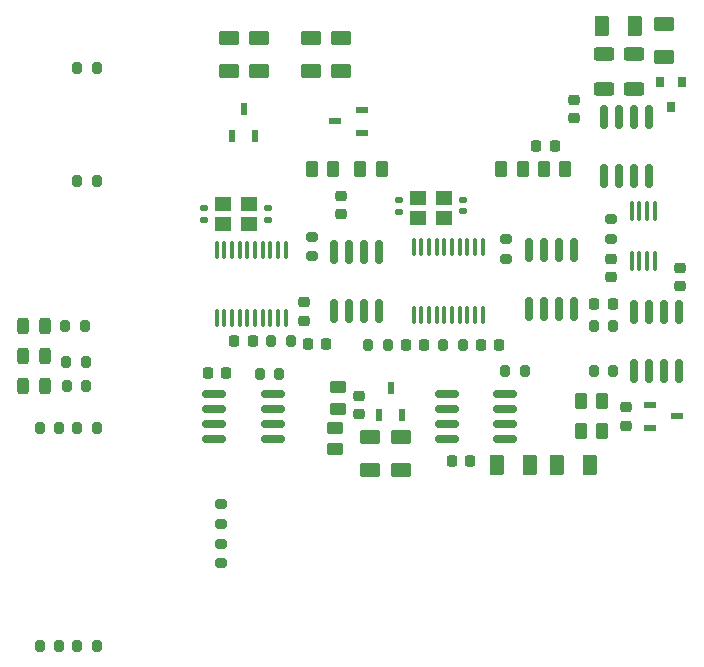
<source format=gbr>
%TF.GenerationSoftware,KiCad,Pcbnew,(7.0.0)*%
%TF.CreationDate,2023-02-19T15:54:43+01:00*%
%TF.ProjectId,bbb-can-bus-cape,6262622d-6361-46e2-9d62-75732d636170,rev?*%
%TF.SameCoordinates,Original*%
%TF.FileFunction,Paste,Top*%
%TF.FilePolarity,Positive*%
%FSLAX46Y46*%
G04 Gerber Fmt 4.6, Leading zero omitted, Abs format (unit mm)*
G04 Created by KiCad (PCBNEW (7.0.0)) date 2023-02-19 15:54:43*
%MOMM*%
%LPD*%
G01*
G04 APERTURE LIST*
G04 Aperture macros list*
%AMRoundRect*
0 Rectangle with rounded corners*
0 $1 Rounding radius*
0 $2 $3 $4 $5 $6 $7 $8 $9 X,Y pos of 4 corners*
0 Add a 4 corners polygon primitive as box body*
4,1,4,$2,$3,$4,$5,$6,$7,$8,$9,$2,$3,0*
0 Add four circle primitives for the rounded corners*
1,1,$1+$1,$2,$3*
1,1,$1+$1,$4,$5*
1,1,$1+$1,$6,$7*
1,1,$1+$1,$8,$9*
0 Add four rect primitives between the rounded corners*
20,1,$1+$1,$2,$3,$4,$5,0*
20,1,$1+$1,$4,$5,$6,$7,0*
20,1,$1+$1,$6,$7,$8,$9,0*
20,1,$1+$1,$8,$9,$2,$3,0*%
G04 Aperture macros list end*
%ADD10RoundRect,0.140000X-0.170000X0.140000X-0.170000X-0.140000X0.170000X-0.140000X0.170000X0.140000X0*%
%ADD11R,1.000000X0.600000*%
%ADD12RoundRect,0.250000X0.625000X-0.312500X0.625000X0.312500X-0.625000X0.312500X-0.625000X-0.312500X0*%
%ADD13RoundRect,0.225000X0.225000X0.250000X-0.225000X0.250000X-0.225000X-0.250000X0.225000X-0.250000X0*%
%ADD14RoundRect,0.100000X-0.100000X0.637500X-0.100000X-0.637500X0.100000X-0.637500X0.100000X0.637500X0*%
%ADD15RoundRect,0.250000X-0.450000X0.262500X-0.450000X-0.262500X0.450000X-0.262500X0.450000X0.262500X0*%
%ADD16RoundRect,0.225000X-0.250000X0.225000X-0.250000X-0.225000X0.250000X-0.225000X0.250000X0.225000X0*%
%ADD17RoundRect,0.200000X0.200000X0.275000X-0.200000X0.275000X-0.200000X-0.275000X0.200000X-0.275000X0*%
%ADD18RoundRect,0.250000X-0.375000X-0.625000X0.375000X-0.625000X0.375000X0.625000X-0.375000X0.625000X0*%
%ADD19RoundRect,0.200000X-0.200000X-0.275000X0.200000X-0.275000X0.200000X0.275000X-0.200000X0.275000X0*%
%ADD20RoundRect,0.200000X-0.275000X0.200000X-0.275000X-0.200000X0.275000X-0.200000X0.275000X0.200000X0*%
%ADD21RoundRect,0.100000X0.100000X-0.712500X0.100000X0.712500X-0.100000X0.712500X-0.100000X-0.712500X0*%
%ADD22RoundRect,0.250000X0.625000X-0.375000X0.625000X0.375000X-0.625000X0.375000X-0.625000X-0.375000X0*%
%ADD23RoundRect,0.200000X0.275000X-0.200000X0.275000X0.200000X-0.275000X0.200000X-0.275000X-0.200000X0*%
%ADD24RoundRect,0.150000X-0.825000X-0.150000X0.825000X-0.150000X0.825000X0.150000X-0.825000X0.150000X0*%
%ADD25RoundRect,0.225000X0.250000X-0.225000X0.250000X0.225000X-0.250000X0.225000X-0.250000X-0.225000X0*%
%ADD26RoundRect,0.250000X-0.262500X-0.450000X0.262500X-0.450000X0.262500X0.450000X-0.262500X0.450000X0*%
%ADD27RoundRect,0.243750X-0.243750X-0.456250X0.243750X-0.456250X0.243750X0.456250X-0.243750X0.456250X0*%
%ADD28R,0.600000X1.000000*%
%ADD29RoundRect,0.225000X-0.225000X-0.250000X0.225000X-0.250000X0.225000X0.250000X-0.225000X0.250000X0*%
%ADD30RoundRect,0.250000X-0.625000X0.375000X-0.625000X-0.375000X0.625000X-0.375000X0.625000X0.375000X0*%
%ADD31RoundRect,0.150000X0.150000X-0.825000X0.150000X0.825000X-0.150000X0.825000X-0.150000X-0.825000X0*%
%ADD32RoundRect,0.140000X0.170000X-0.140000X0.170000X0.140000X-0.170000X0.140000X-0.170000X-0.140000X0*%
%ADD33R,1.400000X1.200000*%
%ADD34RoundRect,0.250000X0.262500X0.450000X-0.262500X0.450000X-0.262500X-0.450000X0.262500X-0.450000X0*%
%ADD35R,0.800000X0.900000*%
G04 APERTURE END LIST*
D10*
%TO.C,C15*%
X143205946Y-74584367D03*
X143205946Y-75544367D03*
%TD*%
D11*
%TO.C,D1*%
X159025099Y-91947399D03*
X159025099Y-93847399D03*
X161325099Y-92897399D03*
%TD*%
D12*
%TO.C,R21*%
X155095100Y-65149900D03*
X155095100Y-62224900D03*
%TD*%
D13*
%TO.C,C1*%
X143805100Y-96707400D03*
X142255100Y-96707400D03*
%TD*%
D11*
%TO.C,D4*%
X134655099Y-68873542D03*
X134655099Y-66973542D03*
X132355099Y-67923542D03*
%TD*%
D14*
%TO.C,U1*%
X128175100Y-78844899D03*
X127525100Y-78844899D03*
X126875100Y-78844899D03*
X126225100Y-78844899D03*
X125575100Y-78844899D03*
X124925100Y-78844899D03*
X124275100Y-78844899D03*
X123625100Y-78844899D03*
X122975100Y-78844899D03*
X122325100Y-78844899D03*
X122325100Y-84569899D03*
X122975100Y-84569899D03*
X123625100Y-84569899D03*
X124275100Y-84569899D03*
X124925100Y-84569899D03*
X125575100Y-84569899D03*
X126225100Y-84569899D03*
X126875100Y-84569899D03*
X127525100Y-84569899D03*
X128175100Y-84569899D03*
%TD*%
D15*
%TO.C,R3*%
X132616682Y-90413817D03*
X132616682Y-92238817D03*
%TD*%
D10*
%TO.C,C6*%
X126700132Y-75282169D03*
X126700132Y-76242169D03*
%TD*%
D16*
%TO.C,C11*%
X155730100Y-79562400D03*
X155730100Y-81112400D03*
%TD*%
D17*
%TO.C,R13*%
X111269692Y-88265214D03*
X109619692Y-88265214D03*
%TD*%
D13*
%TO.C,C8*%
X125369165Y-86547400D03*
X123819165Y-86547400D03*
%TD*%
D12*
%TO.C,R20*%
X157635100Y-65149900D03*
X157635100Y-62224900D03*
%TD*%
D16*
%TO.C,C2*%
X157000100Y-92122400D03*
X157000100Y-93672400D03*
%TD*%
D18*
%TO.C,F1*%
X146075100Y-96975356D03*
X148875100Y-96975356D03*
%TD*%
D19*
%TO.C,R19*%
X154270100Y-89087400D03*
X155920100Y-89087400D03*
%TD*%
%TO.C,R17*%
X154270100Y-85277400D03*
X155920100Y-85277400D03*
%TD*%
D20*
%TO.C,R18*%
X155704880Y-76209955D03*
X155704880Y-77859955D03*
%TD*%
D13*
%TO.C,C3*%
X123164110Y-89249290D03*
X121614110Y-89249290D03*
%TD*%
D21*
%TO.C,U6*%
X157464047Y-79769900D03*
X158114047Y-79769900D03*
X158764047Y-79769900D03*
X159414047Y-79769900D03*
X159414047Y-75544900D03*
X158764047Y-75544900D03*
X158114047Y-75544900D03*
X157464047Y-75544900D03*
%TD*%
D19*
%TO.C,R5*%
X126944165Y-86547400D03*
X128594165Y-86547400D03*
%TD*%
D22*
%TO.C,F10*%
X132870100Y-63687400D03*
X132870100Y-60887400D03*
%TD*%
D19*
%TO.C,R6*%
X141505902Y-86841872D03*
X143155902Y-86841872D03*
%TD*%
D14*
%TO.C,U2*%
X144852925Y-78558047D03*
X144202925Y-78558047D03*
X143552925Y-78558047D03*
X142902925Y-78558047D03*
X142252925Y-78558047D03*
X141602925Y-78558047D03*
X140952925Y-78558047D03*
X140302925Y-78558047D03*
X139652925Y-78558047D03*
X139002925Y-78558047D03*
X139002925Y-84283047D03*
X139652925Y-84283047D03*
X140302925Y-84283047D03*
X140952925Y-84283047D03*
X141602925Y-84283047D03*
X142252925Y-84283047D03*
X142902925Y-84283047D03*
X143552925Y-84283047D03*
X144202925Y-84283047D03*
X144852925Y-84283047D03*
%TD*%
D23*
%TO.C,R11*%
X122710100Y-101977400D03*
X122710100Y-100327400D03*
%TD*%
D24*
%TO.C,U4*%
X122140100Y-90992400D03*
X122140100Y-92262400D03*
X122140100Y-93532400D03*
X122140100Y-94802400D03*
X127090100Y-94802400D03*
X127090100Y-93532400D03*
X127090100Y-92262400D03*
X127090100Y-90992400D03*
%TD*%
D25*
%TO.C,C13*%
X152555100Y-67637400D03*
X152555100Y-66087400D03*
%TD*%
D22*
%TO.C,F6*%
X125885100Y-63687400D03*
X125885100Y-60887400D03*
%TD*%
D26*
%TO.C,R1*%
X153140100Y-91627400D03*
X154965100Y-91627400D03*
%TD*%
%TO.C,R9*%
X130378842Y-71942400D03*
X132203842Y-71942400D03*
%TD*%
D19*
%TO.C,R16*%
X110532110Y-72931603D03*
X112182110Y-72931603D03*
%TD*%
D27*
%TO.C,D6*%
X105897600Y-87817400D03*
X107772600Y-87817400D03*
%TD*%
D28*
%TO.C,D2*%
X136115122Y-92777399D03*
X138015122Y-92777399D03*
X137065122Y-90477399D03*
%TD*%
D29*
%TO.C,C14*%
X144730902Y-86841872D03*
X146280902Y-86841872D03*
%TD*%
D26*
%TO.C,R23*%
X150015100Y-71942400D03*
X151840100Y-71942400D03*
%TD*%
D30*
%TO.C,F3*%
X135358698Y-94672400D03*
X135358698Y-97472400D03*
%TD*%
D31*
%TO.C,U7*%
X132235100Y-83942400D03*
X133505100Y-83942400D03*
X134775100Y-83942400D03*
X136045100Y-83942400D03*
X136045100Y-78992400D03*
X134775100Y-78992400D03*
X133505100Y-78992400D03*
X132235100Y-78992400D03*
%TD*%
D28*
%TO.C,D3*%
X123665099Y-69162399D03*
X125565099Y-69162399D03*
X124615099Y-66862399D03*
%TD*%
D29*
%TO.C,C17*%
X154320100Y-83372400D03*
X155870100Y-83372400D03*
%TD*%
D32*
%TO.C,C7*%
X121300074Y-76234726D03*
X121300074Y-75274726D03*
%TD*%
D24*
%TO.C,U3*%
X141825100Y-90992400D03*
X141825100Y-92262400D03*
X141825100Y-93532400D03*
X141825100Y-94802400D03*
X146775100Y-94802400D03*
X146775100Y-93532400D03*
X146775100Y-92262400D03*
X146775100Y-90992400D03*
%TD*%
D29*
%TO.C,C18*%
X149396594Y-70037400D03*
X150946594Y-70037400D03*
%TD*%
D16*
%TO.C,C10*%
X132870100Y-74202400D03*
X132870100Y-75752400D03*
%TD*%
D19*
%TO.C,R24*%
X146777100Y-89087400D03*
X148427100Y-89087400D03*
%TD*%
D17*
%TO.C,R14*%
X111167600Y-85277400D03*
X109517600Y-85277400D03*
%TD*%
D22*
%TO.C,F7*%
X160237544Y-62462302D03*
X160237544Y-59662302D03*
%TD*%
D27*
%TO.C,D8*%
X105897600Y-90357400D03*
X107772600Y-90357400D03*
%TD*%
D25*
%TO.C,C12*%
X161532821Y-81863122D03*
X161532821Y-80313122D03*
%TD*%
D19*
%TO.C,R28*%
X107355100Y-93877400D03*
X109005100Y-93877400D03*
%TD*%
%TO.C,R29*%
X107355100Y-112292400D03*
X109005100Y-112292400D03*
%TD*%
D23*
%TO.C,R7*%
X146840100Y-79562400D03*
X146840100Y-77912400D03*
%TD*%
D18*
%TO.C,F8*%
X154965100Y-59877400D03*
X157765100Y-59877400D03*
%TD*%
%TO.C,F2*%
X151155100Y-96992103D03*
X153955100Y-96992103D03*
%TD*%
D31*
%TO.C,U8*%
X148745100Y-83777400D03*
X150015100Y-83777400D03*
X151285100Y-83777400D03*
X152555100Y-83777400D03*
X152555100Y-78827400D03*
X151285100Y-78827400D03*
X150015100Y-78827400D03*
X148745100Y-78827400D03*
%TD*%
D33*
%TO.C,Y1*%
X122880099Y-76602399D03*
X125080099Y-76602399D03*
X125080099Y-74902399D03*
X122880099Y-74902399D03*
%TD*%
D31*
%TO.C,U9*%
X155095100Y-72512400D03*
X156365100Y-72512400D03*
X157635100Y-72512400D03*
X158905100Y-72512400D03*
X158905100Y-67562400D03*
X157635100Y-67562400D03*
X156365100Y-67562400D03*
X155095100Y-67562400D03*
%TD*%
D19*
%TO.C,R31*%
X110530100Y-112292400D03*
X112180100Y-112292400D03*
%TD*%
D26*
%TO.C,R10*%
X134497600Y-71943931D03*
X136322600Y-71943931D03*
%TD*%
D27*
%TO.C,D7*%
X105897600Y-85277400D03*
X107772600Y-85277400D03*
%TD*%
D20*
%TO.C,NTC1*%
X122710100Y-103692400D03*
X122710100Y-105342400D03*
%TD*%
D31*
%TO.C,U5*%
X157635100Y-89022400D03*
X158905100Y-89022400D03*
X160175100Y-89022400D03*
X161445100Y-89022400D03*
X161445100Y-84072400D03*
X160175100Y-84072400D03*
X158905100Y-84072400D03*
X157635100Y-84072400D03*
%TD*%
D17*
%TO.C,R15*%
X111280100Y-90357400D03*
X109630100Y-90357400D03*
%TD*%
D23*
%TO.C,R8*%
X130423024Y-79342511D03*
X130423024Y-77692511D03*
%TD*%
D34*
%TO.C,R2*%
X154965100Y-94167400D03*
X153140100Y-94167400D03*
%TD*%
D30*
%TO.C,F4*%
X137950100Y-94672400D03*
X137950100Y-97472400D03*
%TD*%
D13*
%TO.C,C9*%
X139930902Y-86836145D03*
X138380902Y-86836145D03*
%TD*%
D25*
%TO.C,C19*%
X129695100Y-84782400D03*
X129695100Y-83232400D03*
%TD*%
D15*
%TO.C,R4*%
X132362100Y-93860291D03*
X132362100Y-95685291D03*
%TD*%
D29*
%TO.C,C5*%
X130069641Y-86757479D03*
X131619641Y-86757479D03*
%TD*%
D22*
%TO.C,F9*%
X130330100Y-63687400D03*
X130330100Y-60887400D03*
%TD*%
%TO.C,F5*%
X123345100Y-63687400D03*
X123345100Y-60887400D03*
%TD*%
D19*
%TO.C,R27*%
X135155902Y-86841872D03*
X136805902Y-86841872D03*
%TD*%
D26*
%TO.C,R22*%
X146438302Y-71950193D03*
X148263302Y-71950193D03*
%TD*%
D17*
%TO.C,R32*%
X127652132Y-89291158D03*
X126002132Y-89291158D03*
%TD*%
D19*
%TO.C,R12*%
X110550770Y-63411065D03*
X112200770Y-63411065D03*
%TD*%
D25*
%TO.C,C4*%
X134422012Y-92709641D03*
X134422012Y-91159641D03*
%TD*%
D32*
%TO.C,C16*%
X137779836Y-75561114D03*
X137779836Y-74601114D03*
%TD*%
D35*
%TO.C,D5*%
X161760099Y-64592399D03*
X159860099Y-64592399D03*
X160810099Y-66692399D03*
%TD*%
D33*
%TO.C,Y2*%
X139390099Y-76137399D03*
X141590099Y-76137399D03*
X141590099Y-74437399D03*
X139390099Y-74437399D03*
%TD*%
D19*
%TO.C,R30*%
X110530100Y-93877400D03*
X112180100Y-93877400D03*
%TD*%
M02*

</source>
